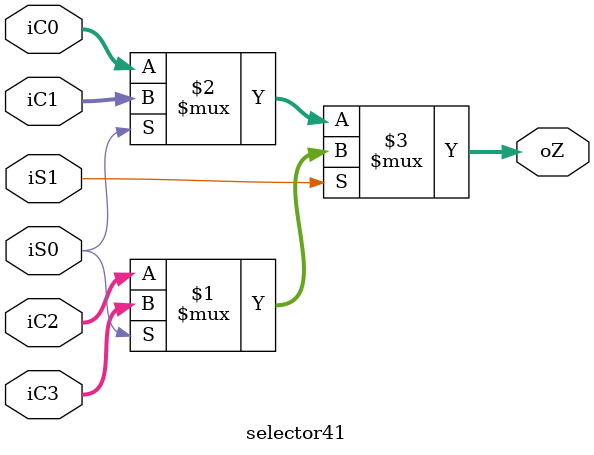
<source format=v>
`timescale 1ns / 1ps


module selector41(
    input [3:0] iC0,
    input [3:0] iC1,
    input [3:0] iC2,
    input [3:0] iC3,
    input iS1,
    input iS0,
    output [3:0] oZ
    );
assign oZ = iS1?(iS0 ? iC3:iC2):(iS0 ? iC1:iC0);
//µ±{iS1,iS0}=11 ÊÇÊä³ö iC3;µ±{iS1,iS0}=10 ÊÇÊä³ö iC2;µ±{iS1,iS0}=01 ÊÇÊä³ö iC1;
//µ±{iS1,iS0}=00 ÊÇÊä³ö iC0
endmodule

</source>
